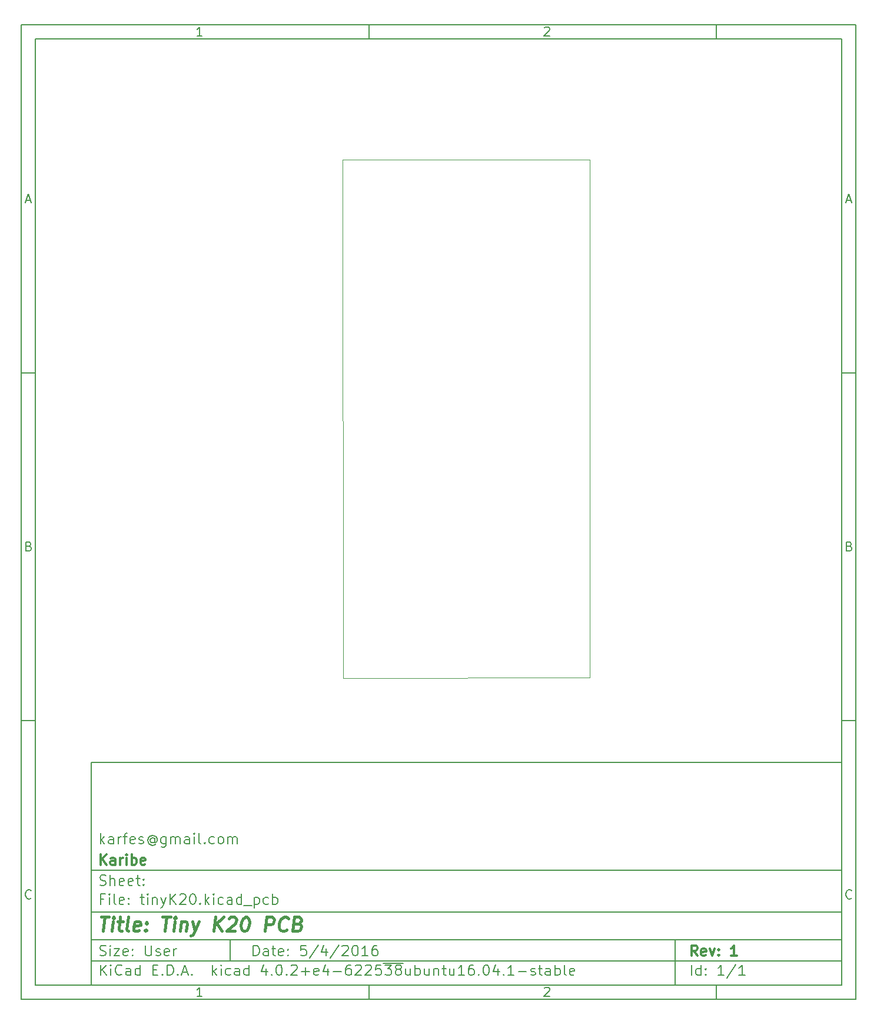
<source format=gbr>
G04 #@! TF.FileFunction,Paste,Bot*
%FSLAX46Y46*%
G04 Gerber Fmt 4.6, Leading zero omitted, Abs format (unit mm)*
G04 Created by KiCad (PCBNEW 4.0.2+e4-6225~38~ubuntu16.04.1-stable) date Wed 01 Jun 2016 06:58:51 PM EAT*
%MOMM*%
G01*
G04 APERTURE LIST*
%ADD10C,0.100000*%
%ADD11C,0.150000*%
%ADD12C,0.300000*%
%ADD13C,0.400000*%
G04 APERTURE END LIST*
D10*
D11*
X20004800Y-115994600D02*
X20004800Y-147994600D01*
X128004800Y-147994600D01*
X128004800Y-115994600D01*
X20004800Y-115994600D01*
D10*
D11*
X10000000Y-10000000D02*
X10000000Y-149994600D01*
X130004800Y-149994600D01*
X130004800Y-10000000D01*
X10000000Y-10000000D01*
D10*
D11*
X12000000Y-12000000D02*
X12000000Y-147994600D01*
X128004800Y-147994600D01*
X128004800Y-12000000D01*
X12000000Y-12000000D01*
D10*
D11*
X60000000Y-12000000D02*
X60000000Y-10000000D01*
D10*
D11*
X110000000Y-12000000D02*
X110000000Y-10000000D01*
D10*
D11*
X35990476Y-11588095D02*
X35247619Y-11588095D01*
X35619048Y-11588095D02*
X35619048Y-10288095D01*
X35495238Y-10473810D01*
X35371429Y-10597619D01*
X35247619Y-10659524D01*
D10*
D11*
X85247619Y-10411905D02*
X85309524Y-10350000D01*
X85433333Y-10288095D01*
X85742857Y-10288095D01*
X85866667Y-10350000D01*
X85928571Y-10411905D01*
X85990476Y-10535714D01*
X85990476Y-10659524D01*
X85928571Y-10845238D01*
X85185714Y-11588095D01*
X85990476Y-11588095D01*
D10*
D11*
X60000000Y-147994600D02*
X60000000Y-149994600D01*
D10*
D11*
X110000000Y-147994600D02*
X110000000Y-149994600D01*
D10*
D11*
X35990476Y-149582695D02*
X35247619Y-149582695D01*
X35619048Y-149582695D02*
X35619048Y-148282695D01*
X35495238Y-148468410D01*
X35371429Y-148592219D01*
X35247619Y-148654124D01*
D10*
D11*
X85247619Y-148406505D02*
X85309524Y-148344600D01*
X85433333Y-148282695D01*
X85742857Y-148282695D01*
X85866667Y-148344600D01*
X85928571Y-148406505D01*
X85990476Y-148530314D01*
X85990476Y-148654124D01*
X85928571Y-148839838D01*
X85185714Y-149582695D01*
X85990476Y-149582695D01*
D10*
D11*
X10000000Y-60000000D02*
X12000000Y-60000000D01*
D10*
D11*
X10000000Y-110000000D02*
X12000000Y-110000000D01*
D10*
D11*
X10690476Y-35216667D02*
X11309524Y-35216667D01*
X10566667Y-35588095D02*
X11000000Y-34288095D01*
X11433333Y-35588095D01*
D10*
D11*
X11092857Y-84907143D02*
X11278571Y-84969048D01*
X11340476Y-85030952D01*
X11402381Y-85154762D01*
X11402381Y-85340476D01*
X11340476Y-85464286D01*
X11278571Y-85526190D01*
X11154762Y-85588095D01*
X10659524Y-85588095D01*
X10659524Y-84288095D01*
X11092857Y-84288095D01*
X11216667Y-84350000D01*
X11278571Y-84411905D01*
X11340476Y-84535714D01*
X11340476Y-84659524D01*
X11278571Y-84783333D01*
X11216667Y-84845238D01*
X11092857Y-84907143D01*
X10659524Y-84907143D01*
D10*
D11*
X11402381Y-135464286D02*
X11340476Y-135526190D01*
X11154762Y-135588095D01*
X11030952Y-135588095D01*
X10845238Y-135526190D01*
X10721429Y-135402381D01*
X10659524Y-135278571D01*
X10597619Y-135030952D01*
X10597619Y-134845238D01*
X10659524Y-134597619D01*
X10721429Y-134473810D01*
X10845238Y-134350000D01*
X11030952Y-134288095D01*
X11154762Y-134288095D01*
X11340476Y-134350000D01*
X11402381Y-134411905D01*
D10*
D11*
X130004800Y-60000000D02*
X128004800Y-60000000D01*
D10*
D11*
X130004800Y-110000000D02*
X128004800Y-110000000D01*
D10*
D11*
X128695276Y-35216667D02*
X129314324Y-35216667D01*
X128571467Y-35588095D02*
X129004800Y-34288095D01*
X129438133Y-35588095D01*
D10*
D11*
X129097657Y-84907143D02*
X129283371Y-84969048D01*
X129345276Y-85030952D01*
X129407181Y-85154762D01*
X129407181Y-85340476D01*
X129345276Y-85464286D01*
X129283371Y-85526190D01*
X129159562Y-85588095D01*
X128664324Y-85588095D01*
X128664324Y-84288095D01*
X129097657Y-84288095D01*
X129221467Y-84350000D01*
X129283371Y-84411905D01*
X129345276Y-84535714D01*
X129345276Y-84659524D01*
X129283371Y-84783333D01*
X129221467Y-84845238D01*
X129097657Y-84907143D01*
X128664324Y-84907143D01*
D10*
D11*
X129407181Y-135464286D02*
X129345276Y-135526190D01*
X129159562Y-135588095D01*
X129035752Y-135588095D01*
X128850038Y-135526190D01*
X128726229Y-135402381D01*
X128664324Y-135278571D01*
X128602419Y-135030952D01*
X128602419Y-134845238D01*
X128664324Y-134597619D01*
X128726229Y-134473810D01*
X128850038Y-134350000D01*
X129035752Y-134288095D01*
X129159562Y-134288095D01*
X129345276Y-134350000D01*
X129407181Y-134411905D01*
D10*
D11*
X43361943Y-143773171D02*
X43361943Y-142273171D01*
X43719086Y-142273171D01*
X43933371Y-142344600D01*
X44076229Y-142487457D01*
X44147657Y-142630314D01*
X44219086Y-142916029D01*
X44219086Y-143130314D01*
X44147657Y-143416029D01*
X44076229Y-143558886D01*
X43933371Y-143701743D01*
X43719086Y-143773171D01*
X43361943Y-143773171D01*
X45504800Y-143773171D02*
X45504800Y-142987457D01*
X45433371Y-142844600D01*
X45290514Y-142773171D01*
X45004800Y-142773171D01*
X44861943Y-142844600D01*
X45504800Y-143701743D02*
X45361943Y-143773171D01*
X45004800Y-143773171D01*
X44861943Y-143701743D01*
X44790514Y-143558886D01*
X44790514Y-143416029D01*
X44861943Y-143273171D01*
X45004800Y-143201743D01*
X45361943Y-143201743D01*
X45504800Y-143130314D01*
X46004800Y-142773171D02*
X46576229Y-142773171D01*
X46219086Y-142273171D02*
X46219086Y-143558886D01*
X46290514Y-143701743D01*
X46433372Y-143773171D01*
X46576229Y-143773171D01*
X47647657Y-143701743D02*
X47504800Y-143773171D01*
X47219086Y-143773171D01*
X47076229Y-143701743D01*
X47004800Y-143558886D01*
X47004800Y-142987457D01*
X47076229Y-142844600D01*
X47219086Y-142773171D01*
X47504800Y-142773171D01*
X47647657Y-142844600D01*
X47719086Y-142987457D01*
X47719086Y-143130314D01*
X47004800Y-143273171D01*
X48361943Y-143630314D02*
X48433371Y-143701743D01*
X48361943Y-143773171D01*
X48290514Y-143701743D01*
X48361943Y-143630314D01*
X48361943Y-143773171D01*
X48361943Y-142844600D02*
X48433371Y-142916029D01*
X48361943Y-142987457D01*
X48290514Y-142916029D01*
X48361943Y-142844600D01*
X48361943Y-142987457D01*
X50933372Y-142273171D02*
X50219086Y-142273171D01*
X50147657Y-142987457D01*
X50219086Y-142916029D01*
X50361943Y-142844600D01*
X50719086Y-142844600D01*
X50861943Y-142916029D01*
X50933372Y-142987457D01*
X51004800Y-143130314D01*
X51004800Y-143487457D01*
X50933372Y-143630314D01*
X50861943Y-143701743D01*
X50719086Y-143773171D01*
X50361943Y-143773171D01*
X50219086Y-143701743D01*
X50147657Y-143630314D01*
X52719085Y-142201743D02*
X51433371Y-144130314D01*
X53861943Y-142773171D02*
X53861943Y-143773171D01*
X53504800Y-142201743D02*
X53147657Y-143273171D01*
X54076229Y-143273171D01*
X55719085Y-142201743D02*
X54433371Y-144130314D01*
X56147657Y-142416029D02*
X56219086Y-142344600D01*
X56361943Y-142273171D01*
X56719086Y-142273171D01*
X56861943Y-142344600D01*
X56933372Y-142416029D01*
X57004800Y-142558886D01*
X57004800Y-142701743D01*
X56933372Y-142916029D01*
X56076229Y-143773171D01*
X57004800Y-143773171D01*
X57933371Y-142273171D02*
X58076228Y-142273171D01*
X58219085Y-142344600D01*
X58290514Y-142416029D01*
X58361943Y-142558886D01*
X58433371Y-142844600D01*
X58433371Y-143201743D01*
X58361943Y-143487457D01*
X58290514Y-143630314D01*
X58219085Y-143701743D01*
X58076228Y-143773171D01*
X57933371Y-143773171D01*
X57790514Y-143701743D01*
X57719085Y-143630314D01*
X57647657Y-143487457D01*
X57576228Y-143201743D01*
X57576228Y-142844600D01*
X57647657Y-142558886D01*
X57719085Y-142416029D01*
X57790514Y-142344600D01*
X57933371Y-142273171D01*
X59861942Y-143773171D02*
X59004799Y-143773171D01*
X59433371Y-143773171D02*
X59433371Y-142273171D01*
X59290514Y-142487457D01*
X59147656Y-142630314D01*
X59004799Y-142701743D01*
X61147656Y-142273171D02*
X60861942Y-142273171D01*
X60719085Y-142344600D01*
X60647656Y-142416029D01*
X60504799Y-142630314D01*
X60433370Y-142916029D01*
X60433370Y-143487457D01*
X60504799Y-143630314D01*
X60576227Y-143701743D01*
X60719085Y-143773171D01*
X61004799Y-143773171D01*
X61147656Y-143701743D01*
X61219085Y-143630314D01*
X61290513Y-143487457D01*
X61290513Y-143130314D01*
X61219085Y-142987457D01*
X61147656Y-142916029D01*
X61004799Y-142844600D01*
X60719085Y-142844600D01*
X60576227Y-142916029D01*
X60504799Y-142987457D01*
X60433370Y-143130314D01*
D10*
D11*
X20004800Y-144494600D02*
X128004800Y-144494600D01*
D10*
D11*
X21361943Y-146573171D02*
X21361943Y-145073171D01*
X22219086Y-146573171D02*
X21576229Y-145716029D01*
X22219086Y-145073171D02*
X21361943Y-145930314D01*
X22861943Y-146573171D02*
X22861943Y-145573171D01*
X22861943Y-145073171D02*
X22790514Y-145144600D01*
X22861943Y-145216029D01*
X22933371Y-145144600D01*
X22861943Y-145073171D01*
X22861943Y-145216029D01*
X24433372Y-146430314D02*
X24361943Y-146501743D01*
X24147657Y-146573171D01*
X24004800Y-146573171D01*
X23790515Y-146501743D01*
X23647657Y-146358886D01*
X23576229Y-146216029D01*
X23504800Y-145930314D01*
X23504800Y-145716029D01*
X23576229Y-145430314D01*
X23647657Y-145287457D01*
X23790515Y-145144600D01*
X24004800Y-145073171D01*
X24147657Y-145073171D01*
X24361943Y-145144600D01*
X24433372Y-145216029D01*
X25719086Y-146573171D02*
X25719086Y-145787457D01*
X25647657Y-145644600D01*
X25504800Y-145573171D01*
X25219086Y-145573171D01*
X25076229Y-145644600D01*
X25719086Y-146501743D02*
X25576229Y-146573171D01*
X25219086Y-146573171D01*
X25076229Y-146501743D01*
X25004800Y-146358886D01*
X25004800Y-146216029D01*
X25076229Y-146073171D01*
X25219086Y-146001743D01*
X25576229Y-146001743D01*
X25719086Y-145930314D01*
X27076229Y-146573171D02*
X27076229Y-145073171D01*
X27076229Y-146501743D02*
X26933372Y-146573171D01*
X26647658Y-146573171D01*
X26504800Y-146501743D01*
X26433372Y-146430314D01*
X26361943Y-146287457D01*
X26361943Y-145858886D01*
X26433372Y-145716029D01*
X26504800Y-145644600D01*
X26647658Y-145573171D01*
X26933372Y-145573171D01*
X27076229Y-145644600D01*
X28933372Y-145787457D02*
X29433372Y-145787457D01*
X29647658Y-146573171D02*
X28933372Y-146573171D01*
X28933372Y-145073171D01*
X29647658Y-145073171D01*
X30290515Y-146430314D02*
X30361943Y-146501743D01*
X30290515Y-146573171D01*
X30219086Y-146501743D01*
X30290515Y-146430314D01*
X30290515Y-146573171D01*
X31004801Y-146573171D02*
X31004801Y-145073171D01*
X31361944Y-145073171D01*
X31576229Y-145144600D01*
X31719087Y-145287457D01*
X31790515Y-145430314D01*
X31861944Y-145716029D01*
X31861944Y-145930314D01*
X31790515Y-146216029D01*
X31719087Y-146358886D01*
X31576229Y-146501743D01*
X31361944Y-146573171D01*
X31004801Y-146573171D01*
X32504801Y-146430314D02*
X32576229Y-146501743D01*
X32504801Y-146573171D01*
X32433372Y-146501743D01*
X32504801Y-146430314D01*
X32504801Y-146573171D01*
X33147658Y-146144600D02*
X33861944Y-146144600D01*
X33004801Y-146573171D02*
X33504801Y-145073171D01*
X34004801Y-146573171D01*
X34504801Y-146430314D02*
X34576229Y-146501743D01*
X34504801Y-146573171D01*
X34433372Y-146501743D01*
X34504801Y-146430314D01*
X34504801Y-146573171D01*
X37504801Y-146573171D02*
X37504801Y-145073171D01*
X37647658Y-146001743D02*
X38076229Y-146573171D01*
X38076229Y-145573171D02*
X37504801Y-146144600D01*
X38719087Y-146573171D02*
X38719087Y-145573171D01*
X38719087Y-145073171D02*
X38647658Y-145144600D01*
X38719087Y-145216029D01*
X38790515Y-145144600D01*
X38719087Y-145073171D01*
X38719087Y-145216029D01*
X40076230Y-146501743D02*
X39933373Y-146573171D01*
X39647659Y-146573171D01*
X39504801Y-146501743D01*
X39433373Y-146430314D01*
X39361944Y-146287457D01*
X39361944Y-145858886D01*
X39433373Y-145716029D01*
X39504801Y-145644600D01*
X39647659Y-145573171D01*
X39933373Y-145573171D01*
X40076230Y-145644600D01*
X41361944Y-146573171D02*
X41361944Y-145787457D01*
X41290515Y-145644600D01*
X41147658Y-145573171D01*
X40861944Y-145573171D01*
X40719087Y-145644600D01*
X41361944Y-146501743D02*
X41219087Y-146573171D01*
X40861944Y-146573171D01*
X40719087Y-146501743D01*
X40647658Y-146358886D01*
X40647658Y-146216029D01*
X40719087Y-146073171D01*
X40861944Y-146001743D01*
X41219087Y-146001743D01*
X41361944Y-145930314D01*
X42719087Y-146573171D02*
X42719087Y-145073171D01*
X42719087Y-146501743D02*
X42576230Y-146573171D01*
X42290516Y-146573171D01*
X42147658Y-146501743D01*
X42076230Y-146430314D01*
X42004801Y-146287457D01*
X42004801Y-145858886D01*
X42076230Y-145716029D01*
X42147658Y-145644600D01*
X42290516Y-145573171D01*
X42576230Y-145573171D01*
X42719087Y-145644600D01*
X45219087Y-145573171D02*
X45219087Y-146573171D01*
X44861944Y-145001743D02*
X44504801Y-146073171D01*
X45433373Y-146073171D01*
X46004801Y-146430314D02*
X46076229Y-146501743D01*
X46004801Y-146573171D01*
X45933372Y-146501743D01*
X46004801Y-146430314D01*
X46004801Y-146573171D01*
X47004801Y-145073171D02*
X47147658Y-145073171D01*
X47290515Y-145144600D01*
X47361944Y-145216029D01*
X47433373Y-145358886D01*
X47504801Y-145644600D01*
X47504801Y-146001743D01*
X47433373Y-146287457D01*
X47361944Y-146430314D01*
X47290515Y-146501743D01*
X47147658Y-146573171D01*
X47004801Y-146573171D01*
X46861944Y-146501743D01*
X46790515Y-146430314D01*
X46719087Y-146287457D01*
X46647658Y-146001743D01*
X46647658Y-145644600D01*
X46719087Y-145358886D01*
X46790515Y-145216029D01*
X46861944Y-145144600D01*
X47004801Y-145073171D01*
X48147658Y-146430314D02*
X48219086Y-146501743D01*
X48147658Y-146573171D01*
X48076229Y-146501743D01*
X48147658Y-146430314D01*
X48147658Y-146573171D01*
X48790515Y-145216029D02*
X48861944Y-145144600D01*
X49004801Y-145073171D01*
X49361944Y-145073171D01*
X49504801Y-145144600D01*
X49576230Y-145216029D01*
X49647658Y-145358886D01*
X49647658Y-145501743D01*
X49576230Y-145716029D01*
X48719087Y-146573171D01*
X49647658Y-146573171D01*
X50290515Y-146001743D02*
X51433372Y-146001743D01*
X50861943Y-146573171D02*
X50861943Y-145430314D01*
X52719086Y-146501743D02*
X52576229Y-146573171D01*
X52290515Y-146573171D01*
X52147658Y-146501743D01*
X52076229Y-146358886D01*
X52076229Y-145787457D01*
X52147658Y-145644600D01*
X52290515Y-145573171D01*
X52576229Y-145573171D01*
X52719086Y-145644600D01*
X52790515Y-145787457D01*
X52790515Y-145930314D01*
X52076229Y-146073171D01*
X54076229Y-145573171D02*
X54076229Y-146573171D01*
X53719086Y-145001743D02*
X53361943Y-146073171D01*
X54290515Y-146073171D01*
X54861943Y-146001743D02*
X56004800Y-146001743D01*
X57361943Y-145073171D02*
X57076229Y-145073171D01*
X56933372Y-145144600D01*
X56861943Y-145216029D01*
X56719086Y-145430314D01*
X56647657Y-145716029D01*
X56647657Y-146287457D01*
X56719086Y-146430314D01*
X56790514Y-146501743D01*
X56933372Y-146573171D01*
X57219086Y-146573171D01*
X57361943Y-146501743D01*
X57433372Y-146430314D01*
X57504800Y-146287457D01*
X57504800Y-145930314D01*
X57433372Y-145787457D01*
X57361943Y-145716029D01*
X57219086Y-145644600D01*
X56933372Y-145644600D01*
X56790514Y-145716029D01*
X56719086Y-145787457D01*
X56647657Y-145930314D01*
X58076228Y-145216029D02*
X58147657Y-145144600D01*
X58290514Y-145073171D01*
X58647657Y-145073171D01*
X58790514Y-145144600D01*
X58861943Y-145216029D01*
X58933371Y-145358886D01*
X58933371Y-145501743D01*
X58861943Y-145716029D01*
X58004800Y-146573171D01*
X58933371Y-146573171D01*
X59504799Y-145216029D02*
X59576228Y-145144600D01*
X59719085Y-145073171D01*
X60076228Y-145073171D01*
X60219085Y-145144600D01*
X60290514Y-145216029D01*
X60361942Y-145358886D01*
X60361942Y-145501743D01*
X60290514Y-145716029D01*
X59433371Y-146573171D01*
X60361942Y-146573171D01*
X61719085Y-145073171D02*
X61004799Y-145073171D01*
X60933370Y-145787457D01*
X61004799Y-145716029D01*
X61147656Y-145644600D01*
X61504799Y-145644600D01*
X61647656Y-145716029D01*
X61719085Y-145787457D01*
X61790513Y-145930314D01*
X61790513Y-146287457D01*
X61719085Y-146430314D01*
X61647656Y-146501743D01*
X61504799Y-146573171D01*
X61147656Y-146573171D01*
X61004799Y-146501743D01*
X60933370Y-146430314D01*
X62290513Y-145073171D02*
X63219084Y-145073171D01*
X62719084Y-145644600D01*
X62933370Y-145644600D01*
X63076227Y-145716029D01*
X63147656Y-145787457D01*
X63219084Y-145930314D01*
X63219084Y-146287457D01*
X63147656Y-146430314D01*
X63076227Y-146501743D01*
X62933370Y-146573171D01*
X62504798Y-146573171D01*
X62361941Y-146501743D01*
X62290513Y-146430314D01*
X64076227Y-145716029D02*
X63933369Y-145644600D01*
X63861941Y-145573171D01*
X63790512Y-145430314D01*
X63790512Y-145358886D01*
X63861941Y-145216029D01*
X63933369Y-145144600D01*
X64076227Y-145073171D01*
X64361941Y-145073171D01*
X64504798Y-145144600D01*
X64576227Y-145216029D01*
X64647655Y-145358886D01*
X64647655Y-145430314D01*
X64576227Y-145573171D01*
X64504798Y-145644600D01*
X64361941Y-145716029D01*
X64076227Y-145716029D01*
X63933369Y-145787457D01*
X63861941Y-145858886D01*
X63790512Y-146001743D01*
X63790512Y-146287457D01*
X63861941Y-146430314D01*
X63933369Y-146501743D01*
X64076227Y-146573171D01*
X64361941Y-146573171D01*
X64504798Y-146501743D01*
X64576227Y-146430314D01*
X64647655Y-146287457D01*
X64647655Y-146001743D01*
X64576227Y-145858886D01*
X64504798Y-145787457D01*
X64361941Y-145716029D01*
X62076227Y-144814600D02*
X64933369Y-144814600D01*
X65933369Y-145573171D02*
X65933369Y-146573171D01*
X65290512Y-145573171D02*
X65290512Y-146358886D01*
X65361940Y-146501743D01*
X65504798Y-146573171D01*
X65719083Y-146573171D01*
X65861940Y-146501743D01*
X65933369Y-146430314D01*
X66647655Y-146573171D02*
X66647655Y-145073171D01*
X66647655Y-145644600D02*
X66790512Y-145573171D01*
X67076226Y-145573171D01*
X67219083Y-145644600D01*
X67290512Y-145716029D01*
X67361941Y-145858886D01*
X67361941Y-146287457D01*
X67290512Y-146430314D01*
X67219083Y-146501743D01*
X67076226Y-146573171D01*
X66790512Y-146573171D01*
X66647655Y-146501743D01*
X68647655Y-145573171D02*
X68647655Y-146573171D01*
X68004798Y-145573171D02*
X68004798Y-146358886D01*
X68076226Y-146501743D01*
X68219084Y-146573171D01*
X68433369Y-146573171D01*
X68576226Y-146501743D01*
X68647655Y-146430314D01*
X69361941Y-145573171D02*
X69361941Y-146573171D01*
X69361941Y-145716029D02*
X69433369Y-145644600D01*
X69576227Y-145573171D01*
X69790512Y-145573171D01*
X69933369Y-145644600D01*
X70004798Y-145787457D01*
X70004798Y-146573171D01*
X70504798Y-145573171D02*
X71076227Y-145573171D01*
X70719084Y-145073171D02*
X70719084Y-146358886D01*
X70790512Y-146501743D01*
X70933370Y-146573171D01*
X71076227Y-146573171D01*
X72219084Y-145573171D02*
X72219084Y-146573171D01*
X71576227Y-145573171D02*
X71576227Y-146358886D01*
X71647655Y-146501743D01*
X71790513Y-146573171D01*
X72004798Y-146573171D01*
X72147655Y-146501743D01*
X72219084Y-146430314D01*
X73719084Y-146573171D02*
X72861941Y-146573171D01*
X73290513Y-146573171D02*
X73290513Y-145073171D01*
X73147656Y-145287457D01*
X73004798Y-145430314D01*
X72861941Y-145501743D01*
X75004798Y-145073171D02*
X74719084Y-145073171D01*
X74576227Y-145144600D01*
X74504798Y-145216029D01*
X74361941Y-145430314D01*
X74290512Y-145716029D01*
X74290512Y-146287457D01*
X74361941Y-146430314D01*
X74433369Y-146501743D01*
X74576227Y-146573171D01*
X74861941Y-146573171D01*
X75004798Y-146501743D01*
X75076227Y-146430314D01*
X75147655Y-146287457D01*
X75147655Y-145930314D01*
X75076227Y-145787457D01*
X75004798Y-145716029D01*
X74861941Y-145644600D01*
X74576227Y-145644600D01*
X74433369Y-145716029D01*
X74361941Y-145787457D01*
X74290512Y-145930314D01*
X75790512Y-146430314D02*
X75861940Y-146501743D01*
X75790512Y-146573171D01*
X75719083Y-146501743D01*
X75790512Y-146430314D01*
X75790512Y-146573171D01*
X76790512Y-145073171D02*
X76933369Y-145073171D01*
X77076226Y-145144600D01*
X77147655Y-145216029D01*
X77219084Y-145358886D01*
X77290512Y-145644600D01*
X77290512Y-146001743D01*
X77219084Y-146287457D01*
X77147655Y-146430314D01*
X77076226Y-146501743D01*
X76933369Y-146573171D01*
X76790512Y-146573171D01*
X76647655Y-146501743D01*
X76576226Y-146430314D01*
X76504798Y-146287457D01*
X76433369Y-146001743D01*
X76433369Y-145644600D01*
X76504798Y-145358886D01*
X76576226Y-145216029D01*
X76647655Y-145144600D01*
X76790512Y-145073171D01*
X78576226Y-145573171D02*
X78576226Y-146573171D01*
X78219083Y-145001743D02*
X77861940Y-146073171D01*
X78790512Y-146073171D01*
X79361940Y-146430314D02*
X79433368Y-146501743D01*
X79361940Y-146573171D01*
X79290511Y-146501743D01*
X79361940Y-146430314D01*
X79361940Y-146573171D01*
X80861940Y-146573171D02*
X80004797Y-146573171D01*
X80433369Y-146573171D02*
X80433369Y-145073171D01*
X80290512Y-145287457D01*
X80147654Y-145430314D01*
X80004797Y-145501743D01*
X81504797Y-146001743D02*
X82647654Y-146001743D01*
X83290511Y-146501743D02*
X83433368Y-146573171D01*
X83719083Y-146573171D01*
X83861940Y-146501743D01*
X83933368Y-146358886D01*
X83933368Y-146287457D01*
X83861940Y-146144600D01*
X83719083Y-146073171D01*
X83504797Y-146073171D01*
X83361940Y-146001743D01*
X83290511Y-145858886D01*
X83290511Y-145787457D01*
X83361940Y-145644600D01*
X83504797Y-145573171D01*
X83719083Y-145573171D01*
X83861940Y-145644600D01*
X84361940Y-145573171D02*
X84933369Y-145573171D01*
X84576226Y-145073171D02*
X84576226Y-146358886D01*
X84647654Y-146501743D01*
X84790512Y-146573171D01*
X84933369Y-146573171D01*
X86076226Y-146573171D02*
X86076226Y-145787457D01*
X86004797Y-145644600D01*
X85861940Y-145573171D01*
X85576226Y-145573171D01*
X85433369Y-145644600D01*
X86076226Y-146501743D02*
X85933369Y-146573171D01*
X85576226Y-146573171D01*
X85433369Y-146501743D01*
X85361940Y-146358886D01*
X85361940Y-146216029D01*
X85433369Y-146073171D01*
X85576226Y-146001743D01*
X85933369Y-146001743D01*
X86076226Y-145930314D01*
X86790512Y-146573171D02*
X86790512Y-145073171D01*
X86790512Y-145644600D02*
X86933369Y-145573171D01*
X87219083Y-145573171D01*
X87361940Y-145644600D01*
X87433369Y-145716029D01*
X87504798Y-145858886D01*
X87504798Y-146287457D01*
X87433369Y-146430314D01*
X87361940Y-146501743D01*
X87219083Y-146573171D01*
X86933369Y-146573171D01*
X86790512Y-146501743D01*
X88361941Y-146573171D02*
X88219083Y-146501743D01*
X88147655Y-146358886D01*
X88147655Y-145073171D01*
X89504797Y-146501743D02*
X89361940Y-146573171D01*
X89076226Y-146573171D01*
X88933369Y-146501743D01*
X88861940Y-146358886D01*
X88861940Y-145787457D01*
X88933369Y-145644600D01*
X89076226Y-145573171D01*
X89361940Y-145573171D01*
X89504797Y-145644600D01*
X89576226Y-145787457D01*
X89576226Y-145930314D01*
X88861940Y-146073171D01*
D10*
D11*
X20004800Y-141494600D02*
X128004800Y-141494600D01*
D10*
D12*
X107219086Y-143773171D02*
X106719086Y-143058886D01*
X106361943Y-143773171D02*
X106361943Y-142273171D01*
X106933371Y-142273171D01*
X107076229Y-142344600D01*
X107147657Y-142416029D01*
X107219086Y-142558886D01*
X107219086Y-142773171D01*
X107147657Y-142916029D01*
X107076229Y-142987457D01*
X106933371Y-143058886D01*
X106361943Y-143058886D01*
X108433371Y-143701743D02*
X108290514Y-143773171D01*
X108004800Y-143773171D01*
X107861943Y-143701743D01*
X107790514Y-143558886D01*
X107790514Y-142987457D01*
X107861943Y-142844600D01*
X108004800Y-142773171D01*
X108290514Y-142773171D01*
X108433371Y-142844600D01*
X108504800Y-142987457D01*
X108504800Y-143130314D01*
X107790514Y-143273171D01*
X109004800Y-142773171D02*
X109361943Y-143773171D01*
X109719085Y-142773171D01*
X110290514Y-143630314D02*
X110361942Y-143701743D01*
X110290514Y-143773171D01*
X110219085Y-143701743D01*
X110290514Y-143630314D01*
X110290514Y-143773171D01*
X110290514Y-142844600D02*
X110361942Y-142916029D01*
X110290514Y-142987457D01*
X110219085Y-142916029D01*
X110290514Y-142844600D01*
X110290514Y-142987457D01*
X112933371Y-143773171D02*
X112076228Y-143773171D01*
X112504800Y-143773171D02*
X112504800Y-142273171D01*
X112361943Y-142487457D01*
X112219085Y-142630314D01*
X112076228Y-142701743D01*
D10*
D11*
X21290514Y-143701743D02*
X21504800Y-143773171D01*
X21861943Y-143773171D01*
X22004800Y-143701743D01*
X22076229Y-143630314D01*
X22147657Y-143487457D01*
X22147657Y-143344600D01*
X22076229Y-143201743D01*
X22004800Y-143130314D01*
X21861943Y-143058886D01*
X21576229Y-142987457D01*
X21433371Y-142916029D01*
X21361943Y-142844600D01*
X21290514Y-142701743D01*
X21290514Y-142558886D01*
X21361943Y-142416029D01*
X21433371Y-142344600D01*
X21576229Y-142273171D01*
X21933371Y-142273171D01*
X22147657Y-142344600D01*
X22790514Y-143773171D02*
X22790514Y-142773171D01*
X22790514Y-142273171D02*
X22719085Y-142344600D01*
X22790514Y-142416029D01*
X22861942Y-142344600D01*
X22790514Y-142273171D01*
X22790514Y-142416029D01*
X23361943Y-142773171D02*
X24147657Y-142773171D01*
X23361943Y-143773171D01*
X24147657Y-143773171D01*
X25290514Y-143701743D02*
X25147657Y-143773171D01*
X24861943Y-143773171D01*
X24719086Y-143701743D01*
X24647657Y-143558886D01*
X24647657Y-142987457D01*
X24719086Y-142844600D01*
X24861943Y-142773171D01*
X25147657Y-142773171D01*
X25290514Y-142844600D01*
X25361943Y-142987457D01*
X25361943Y-143130314D01*
X24647657Y-143273171D01*
X26004800Y-143630314D02*
X26076228Y-143701743D01*
X26004800Y-143773171D01*
X25933371Y-143701743D01*
X26004800Y-143630314D01*
X26004800Y-143773171D01*
X26004800Y-142844600D02*
X26076228Y-142916029D01*
X26004800Y-142987457D01*
X25933371Y-142916029D01*
X26004800Y-142844600D01*
X26004800Y-142987457D01*
X27861943Y-142273171D02*
X27861943Y-143487457D01*
X27933371Y-143630314D01*
X28004800Y-143701743D01*
X28147657Y-143773171D01*
X28433371Y-143773171D01*
X28576229Y-143701743D01*
X28647657Y-143630314D01*
X28719086Y-143487457D01*
X28719086Y-142273171D01*
X29361943Y-143701743D02*
X29504800Y-143773171D01*
X29790515Y-143773171D01*
X29933372Y-143701743D01*
X30004800Y-143558886D01*
X30004800Y-143487457D01*
X29933372Y-143344600D01*
X29790515Y-143273171D01*
X29576229Y-143273171D01*
X29433372Y-143201743D01*
X29361943Y-143058886D01*
X29361943Y-142987457D01*
X29433372Y-142844600D01*
X29576229Y-142773171D01*
X29790515Y-142773171D01*
X29933372Y-142844600D01*
X31219086Y-143701743D02*
X31076229Y-143773171D01*
X30790515Y-143773171D01*
X30647658Y-143701743D01*
X30576229Y-143558886D01*
X30576229Y-142987457D01*
X30647658Y-142844600D01*
X30790515Y-142773171D01*
X31076229Y-142773171D01*
X31219086Y-142844600D01*
X31290515Y-142987457D01*
X31290515Y-143130314D01*
X30576229Y-143273171D01*
X31933372Y-143773171D02*
X31933372Y-142773171D01*
X31933372Y-143058886D02*
X32004800Y-142916029D01*
X32076229Y-142844600D01*
X32219086Y-142773171D01*
X32361943Y-142773171D01*
D10*
D11*
X106361943Y-146573171D02*
X106361943Y-145073171D01*
X107719086Y-146573171D02*
X107719086Y-145073171D01*
X107719086Y-146501743D02*
X107576229Y-146573171D01*
X107290515Y-146573171D01*
X107147657Y-146501743D01*
X107076229Y-146430314D01*
X107004800Y-146287457D01*
X107004800Y-145858886D01*
X107076229Y-145716029D01*
X107147657Y-145644600D01*
X107290515Y-145573171D01*
X107576229Y-145573171D01*
X107719086Y-145644600D01*
X108433372Y-146430314D02*
X108504800Y-146501743D01*
X108433372Y-146573171D01*
X108361943Y-146501743D01*
X108433372Y-146430314D01*
X108433372Y-146573171D01*
X108433372Y-145644600D02*
X108504800Y-145716029D01*
X108433372Y-145787457D01*
X108361943Y-145716029D01*
X108433372Y-145644600D01*
X108433372Y-145787457D01*
X111076229Y-146573171D02*
X110219086Y-146573171D01*
X110647658Y-146573171D02*
X110647658Y-145073171D01*
X110504801Y-145287457D01*
X110361943Y-145430314D01*
X110219086Y-145501743D01*
X112790514Y-145001743D02*
X111504800Y-146930314D01*
X114076229Y-146573171D02*
X113219086Y-146573171D01*
X113647658Y-146573171D02*
X113647658Y-145073171D01*
X113504801Y-145287457D01*
X113361943Y-145430314D01*
X113219086Y-145501743D01*
D10*
D11*
X20004800Y-137494600D02*
X128004800Y-137494600D01*
D10*
D13*
X21457181Y-138199362D02*
X22600038Y-138199362D01*
X21778610Y-140199362D02*
X22028610Y-138199362D01*
X23016705Y-140199362D02*
X23183371Y-138866029D01*
X23266705Y-138199362D02*
X23159562Y-138294600D01*
X23242895Y-138389838D01*
X23350039Y-138294600D01*
X23266705Y-138199362D01*
X23242895Y-138389838D01*
X23850038Y-138866029D02*
X24611943Y-138866029D01*
X24219086Y-138199362D02*
X24004800Y-139913648D01*
X24076230Y-140104124D01*
X24254801Y-140199362D01*
X24445277Y-140199362D01*
X25397658Y-140199362D02*
X25219087Y-140104124D01*
X25147657Y-139913648D01*
X25361943Y-138199362D01*
X26933372Y-140104124D02*
X26730991Y-140199362D01*
X26350039Y-140199362D01*
X26171467Y-140104124D01*
X26100038Y-139913648D01*
X26195276Y-139151743D01*
X26314324Y-138961267D01*
X26516705Y-138866029D01*
X26897657Y-138866029D01*
X27076229Y-138961267D01*
X27147657Y-139151743D01*
X27123848Y-139342219D01*
X26147657Y-139532695D01*
X27897657Y-140008886D02*
X27980992Y-140104124D01*
X27873848Y-140199362D01*
X27790515Y-140104124D01*
X27897657Y-140008886D01*
X27873848Y-140199362D01*
X28028610Y-138961267D02*
X28111944Y-139056505D01*
X28004800Y-139151743D01*
X27921467Y-139056505D01*
X28028610Y-138961267D01*
X28004800Y-139151743D01*
X30314325Y-138199362D02*
X31457182Y-138199362D01*
X30635754Y-140199362D02*
X30885754Y-138199362D01*
X31873849Y-140199362D02*
X32040515Y-138866029D01*
X32123849Y-138199362D02*
X32016706Y-138294600D01*
X32100039Y-138389838D01*
X32207183Y-138294600D01*
X32123849Y-138199362D01*
X32100039Y-138389838D01*
X32992896Y-138866029D02*
X32826230Y-140199362D01*
X32969087Y-139056505D02*
X33076231Y-138961267D01*
X33278611Y-138866029D01*
X33564325Y-138866029D01*
X33742897Y-138961267D01*
X33814325Y-139151743D01*
X33683373Y-140199362D01*
X34611944Y-138866029D02*
X34921469Y-140199362D01*
X35564325Y-138866029D02*
X34921469Y-140199362D01*
X34671469Y-140675552D01*
X34564325Y-140770790D01*
X34361944Y-140866029D01*
X37683374Y-140199362D02*
X37933374Y-138199362D01*
X38826232Y-140199362D02*
X38111946Y-139056505D01*
X39076232Y-138199362D02*
X37790517Y-139342219D01*
X39814326Y-138389838D02*
X39921469Y-138294600D01*
X40123851Y-138199362D01*
X40600041Y-138199362D01*
X40778612Y-138294600D01*
X40861945Y-138389838D01*
X40933375Y-138580314D01*
X40909565Y-138770790D01*
X40778612Y-139056505D01*
X39492898Y-140199362D01*
X40730994Y-140199362D01*
X42219089Y-138199362D02*
X42409565Y-138199362D01*
X42588136Y-138294600D01*
X42671469Y-138389838D01*
X42742898Y-138580314D01*
X42790518Y-138961267D01*
X42730994Y-139437457D01*
X42588136Y-139818410D01*
X42469088Y-140008886D01*
X42361946Y-140104124D01*
X42159565Y-140199362D01*
X41969089Y-140199362D01*
X41790518Y-140104124D01*
X41707184Y-140008886D01*
X41635755Y-139818410D01*
X41588136Y-139437457D01*
X41647660Y-138961267D01*
X41790517Y-138580314D01*
X41909565Y-138389838D01*
X42016708Y-138294600D01*
X42219089Y-138199362D01*
X45016708Y-140199362D02*
X45266708Y-138199362D01*
X46028613Y-138199362D01*
X46207184Y-138294600D01*
X46290518Y-138389838D01*
X46361947Y-138580314D01*
X46326232Y-138866029D01*
X46207185Y-139056505D01*
X46100041Y-139151743D01*
X45897660Y-139246981D01*
X45135755Y-139246981D01*
X48183375Y-140008886D02*
X48076233Y-140104124D01*
X47778613Y-140199362D01*
X47588137Y-140199362D01*
X47314328Y-140104124D01*
X47147661Y-139913648D01*
X47076232Y-139723171D01*
X47028613Y-139342219D01*
X47064327Y-139056505D01*
X47207184Y-138675552D01*
X47326233Y-138485076D01*
X47540518Y-138294600D01*
X47838137Y-138199362D01*
X48028613Y-138199362D01*
X48302423Y-138294600D01*
X48385756Y-138389838D01*
X49814327Y-139151743D02*
X50088136Y-139246981D01*
X50171471Y-139342219D01*
X50242899Y-139532695D01*
X50207185Y-139818410D01*
X50088137Y-140008886D01*
X49980994Y-140104124D01*
X49778613Y-140199362D01*
X49016708Y-140199362D01*
X49266708Y-138199362D01*
X49933375Y-138199362D01*
X50111946Y-138294600D01*
X50195279Y-138389838D01*
X50266709Y-138580314D01*
X50242899Y-138770790D01*
X50123851Y-138961267D01*
X50016708Y-139056505D01*
X49814327Y-139151743D01*
X49147660Y-139151743D01*
D10*
D11*
X21861943Y-135587457D02*
X21361943Y-135587457D01*
X21361943Y-136373171D02*
X21361943Y-134873171D01*
X22076229Y-134873171D01*
X22647657Y-136373171D02*
X22647657Y-135373171D01*
X22647657Y-134873171D02*
X22576228Y-134944600D01*
X22647657Y-135016029D01*
X22719085Y-134944600D01*
X22647657Y-134873171D01*
X22647657Y-135016029D01*
X23576229Y-136373171D02*
X23433371Y-136301743D01*
X23361943Y-136158886D01*
X23361943Y-134873171D01*
X24719085Y-136301743D02*
X24576228Y-136373171D01*
X24290514Y-136373171D01*
X24147657Y-136301743D01*
X24076228Y-136158886D01*
X24076228Y-135587457D01*
X24147657Y-135444600D01*
X24290514Y-135373171D01*
X24576228Y-135373171D01*
X24719085Y-135444600D01*
X24790514Y-135587457D01*
X24790514Y-135730314D01*
X24076228Y-135873171D01*
X25433371Y-136230314D02*
X25504799Y-136301743D01*
X25433371Y-136373171D01*
X25361942Y-136301743D01*
X25433371Y-136230314D01*
X25433371Y-136373171D01*
X25433371Y-135444600D02*
X25504799Y-135516029D01*
X25433371Y-135587457D01*
X25361942Y-135516029D01*
X25433371Y-135444600D01*
X25433371Y-135587457D01*
X27076228Y-135373171D02*
X27647657Y-135373171D01*
X27290514Y-134873171D02*
X27290514Y-136158886D01*
X27361942Y-136301743D01*
X27504800Y-136373171D01*
X27647657Y-136373171D01*
X28147657Y-136373171D02*
X28147657Y-135373171D01*
X28147657Y-134873171D02*
X28076228Y-134944600D01*
X28147657Y-135016029D01*
X28219085Y-134944600D01*
X28147657Y-134873171D01*
X28147657Y-135016029D01*
X28861943Y-135373171D02*
X28861943Y-136373171D01*
X28861943Y-135516029D02*
X28933371Y-135444600D01*
X29076229Y-135373171D01*
X29290514Y-135373171D01*
X29433371Y-135444600D01*
X29504800Y-135587457D01*
X29504800Y-136373171D01*
X30076229Y-135373171D02*
X30433372Y-136373171D01*
X30790514Y-135373171D02*
X30433372Y-136373171D01*
X30290514Y-136730314D01*
X30219086Y-136801743D01*
X30076229Y-136873171D01*
X31361943Y-136373171D02*
X31361943Y-134873171D01*
X32219086Y-136373171D02*
X31576229Y-135516029D01*
X32219086Y-134873171D02*
X31361943Y-135730314D01*
X32790514Y-135016029D02*
X32861943Y-134944600D01*
X33004800Y-134873171D01*
X33361943Y-134873171D01*
X33504800Y-134944600D01*
X33576229Y-135016029D01*
X33647657Y-135158886D01*
X33647657Y-135301743D01*
X33576229Y-135516029D01*
X32719086Y-136373171D01*
X33647657Y-136373171D01*
X34576228Y-134873171D02*
X34719085Y-134873171D01*
X34861942Y-134944600D01*
X34933371Y-135016029D01*
X35004800Y-135158886D01*
X35076228Y-135444600D01*
X35076228Y-135801743D01*
X35004800Y-136087457D01*
X34933371Y-136230314D01*
X34861942Y-136301743D01*
X34719085Y-136373171D01*
X34576228Y-136373171D01*
X34433371Y-136301743D01*
X34361942Y-136230314D01*
X34290514Y-136087457D01*
X34219085Y-135801743D01*
X34219085Y-135444600D01*
X34290514Y-135158886D01*
X34361942Y-135016029D01*
X34433371Y-134944600D01*
X34576228Y-134873171D01*
X35719085Y-136230314D02*
X35790513Y-136301743D01*
X35719085Y-136373171D01*
X35647656Y-136301743D01*
X35719085Y-136230314D01*
X35719085Y-136373171D01*
X36433371Y-136373171D02*
X36433371Y-134873171D01*
X36576228Y-135801743D02*
X37004799Y-136373171D01*
X37004799Y-135373171D02*
X36433371Y-135944600D01*
X37647657Y-136373171D02*
X37647657Y-135373171D01*
X37647657Y-134873171D02*
X37576228Y-134944600D01*
X37647657Y-135016029D01*
X37719085Y-134944600D01*
X37647657Y-134873171D01*
X37647657Y-135016029D01*
X39004800Y-136301743D02*
X38861943Y-136373171D01*
X38576229Y-136373171D01*
X38433371Y-136301743D01*
X38361943Y-136230314D01*
X38290514Y-136087457D01*
X38290514Y-135658886D01*
X38361943Y-135516029D01*
X38433371Y-135444600D01*
X38576229Y-135373171D01*
X38861943Y-135373171D01*
X39004800Y-135444600D01*
X40290514Y-136373171D02*
X40290514Y-135587457D01*
X40219085Y-135444600D01*
X40076228Y-135373171D01*
X39790514Y-135373171D01*
X39647657Y-135444600D01*
X40290514Y-136301743D02*
X40147657Y-136373171D01*
X39790514Y-136373171D01*
X39647657Y-136301743D01*
X39576228Y-136158886D01*
X39576228Y-136016029D01*
X39647657Y-135873171D01*
X39790514Y-135801743D01*
X40147657Y-135801743D01*
X40290514Y-135730314D01*
X41647657Y-136373171D02*
X41647657Y-134873171D01*
X41647657Y-136301743D02*
X41504800Y-136373171D01*
X41219086Y-136373171D01*
X41076228Y-136301743D01*
X41004800Y-136230314D01*
X40933371Y-136087457D01*
X40933371Y-135658886D01*
X41004800Y-135516029D01*
X41076228Y-135444600D01*
X41219086Y-135373171D01*
X41504800Y-135373171D01*
X41647657Y-135444600D01*
X42004800Y-136516029D02*
X43147657Y-136516029D01*
X43504800Y-135373171D02*
X43504800Y-136873171D01*
X43504800Y-135444600D02*
X43647657Y-135373171D01*
X43933371Y-135373171D01*
X44076228Y-135444600D01*
X44147657Y-135516029D01*
X44219086Y-135658886D01*
X44219086Y-136087457D01*
X44147657Y-136230314D01*
X44076228Y-136301743D01*
X43933371Y-136373171D01*
X43647657Y-136373171D01*
X43504800Y-136301743D01*
X45504800Y-136301743D02*
X45361943Y-136373171D01*
X45076229Y-136373171D01*
X44933371Y-136301743D01*
X44861943Y-136230314D01*
X44790514Y-136087457D01*
X44790514Y-135658886D01*
X44861943Y-135516029D01*
X44933371Y-135444600D01*
X45076229Y-135373171D01*
X45361943Y-135373171D01*
X45504800Y-135444600D01*
X46147657Y-136373171D02*
X46147657Y-134873171D01*
X46147657Y-135444600D02*
X46290514Y-135373171D01*
X46576228Y-135373171D01*
X46719085Y-135444600D01*
X46790514Y-135516029D01*
X46861943Y-135658886D01*
X46861943Y-136087457D01*
X46790514Y-136230314D01*
X46719085Y-136301743D01*
X46576228Y-136373171D01*
X46290514Y-136373171D01*
X46147657Y-136301743D01*
D10*
D11*
X20004800Y-131494600D02*
X128004800Y-131494600D01*
D10*
D11*
X21290514Y-133601743D02*
X21504800Y-133673171D01*
X21861943Y-133673171D01*
X22004800Y-133601743D01*
X22076229Y-133530314D01*
X22147657Y-133387457D01*
X22147657Y-133244600D01*
X22076229Y-133101743D01*
X22004800Y-133030314D01*
X21861943Y-132958886D01*
X21576229Y-132887457D01*
X21433371Y-132816029D01*
X21361943Y-132744600D01*
X21290514Y-132601743D01*
X21290514Y-132458886D01*
X21361943Y-132316029D01*
X21433371Y-132244600D01*
X21576229Y-132173171D01*
X21933371Y-132173171D01*
X22147657Y-132244600D01*
X22790514Y-133673171D02*
X22790514Y-132173171D01*
X23433371Y-133673171D02*
X23433371Y-132887457D01*
X23361942Y-132744600D01*
X23219085Y-132673171D01*
X23004800Y-132673171D01*
X22861942Y-132744600D01*
X22790514Y-132816029D01*
X24719085Y-133601743D02*
X24576228Y-133673171D01*
X24290514Y-133673171D01*
X24147657Y-133601743D01*
X24076228Y-133458886D01*
X24076228Y-132887457D01*
X24147657Y-132744600D01*
X24290514Y-132673171D01*
X24576228Y-132673171D01*
X24719085Y-132744600D01*
X24790514Y-132887457D01*
X24790514Y-133030314D01*
X24076228Y-133173171D01*
X26004799Y-133601743D02*
X25861942Y-133673171D01*
X25576228Y-133673171D01*
X25433371Y-133601743D01*
X25361942Y-133458886D01*
X25361942Y-132887457D01*
X25433371Y-132744600D01*
X25576228Y-132673171D01*
X25861942Y-132673171D01*
X26004799Y-132744600D01*
X26076228Y-132887457D01*
X26076228Y-133030314D01*
X25361942Y-133173171D01*
X26504799Y-132673171D02*
X27076228Y-132673171D01*
X26719085Y-132173171D02*
X26719085Y-133458886D01*
X26790513Y-133601743D01*
X26933371Y-133673171D01*
X27076228Y-133673171D01*
X27576228Y-133530314D02*
X27647656Y-133601743D01*
X27576228Y-133673171D01*
X27504799Y-133601743D01*
X27576228Y-133530314D01*
X27576228Y-133673171D01*
X27576228Y-132744600D02*
X27647656Y-132816029D01*
X27576228Y-132887457D01*
X27504799Y-132816029D01*
X27576228Y-132744600D01*
X27576228Y-132887457D01*
D10*
D12*
X21361943Y-130673171D02*
X21361943Y-129173171D01*
X22219086Y-130673171D02*
X21576229Y-129816029D01*
X22219086Y-129173171D02*
X21361943Y-130030314D01*
X23504800Y-130673171D02*
X23504800Y-129887457D01*
X23433371Y-129744600D01*
X23290514Y-129673171D01*
X23004800Y-129673171D01*
X22861943Y-129744600D01*
X23504800Y-130601743D02*
X23361943Y-130673171D01*
X23004800Y-130673171D01*
X22861943Y-130601743D01*
X22790514Y-130458886D01*
X22790514Y-130316029D01*
X22861943Y-130173171D01*
X23004800Y-130101743D01*
X23361943Y-130101743D01*
X23504800Y-130030314D01*
X24219086Y-130673171D02*
X24219086Y-129673171D01*
X24219086Y-129958886D02*
X24290514Y-129816029D01*
X24361943Y-129744600D01*
X24504800Y-129673171D01*
X24647657Y-129673171D01*
X25147657Y-130673171D02*
X25147657Y-129673171D01*
X25147657Y-129173171D02*
X25076228Y-129244600D01*
X25147657Y-129316029D01*
X25219085Y-129244600D01*
X25147657Y-129173171D01*
X25147657Y-129316029D01*
X25861943Y-130673171D02*
X25861943Y-129173171D01*
X25861943Y-129744600D02*
X26004800Y-129673171D01*
X26290514Y-129673171D01*
X26433371Y-129744600D01*
X26504800Y-129816029D01*
X26576229Y-129958886D01*
X26576229Y-130387457D01*
X26504800Y-130530314D01*
X26433371Y-130601743D01*
X26290514Y-130673171D01*
X26004800Y-130673171D01*
X25861943Y-130601743D01*
X27790514Y-130601743D02*
X27647657Y-130673171D01*
X27361943Y-130673171D01*
X27219086Y-130601743D01*
X27147657Y-130458886D01*
X27147657Y-129887457D01*
X27219086Y-129744600D01*
X27361943Y-129673171D01*
X27647657Y-129673171D01*
X27790514Y-129744600D01*
X27861943Y-129887457D01*
X27861943Y-130030314D01*
X27147657Y-130173171D01*
D10*
D11*
X21361943Y-127673171D02*
X21361943Y-126173171D01*
X21504800Y-127101743D02*
X21933371Y-127673171D01*
X21933371Y-126673171D02*
X21361943Y-127244600D01*
X23219086Y-127673171D02*
X23219086Y-126887457D01*
X23147657Y-126744600D01*
X23004800Y-126673171D01*
X22719086Y-126673171D01*
X22576229Y-126744600D01*
X23219086Y-127601743D02*
X23076229Y-127673171D01*
X22719086Y-127673171D01*
X22576229Y-127601743D01*
X22504800Y-127458886D01*
X22504800Y-127316029D01*
X22576229Y-127173171D01*
X22719086Y-127101743D01*
X23076229Y-127101743D01*
X23219086Y-127030314D01*
X23933372Y-127673171D02*
X23933372Y-126673171D01*
X23933372Y-126958886D02*
X24004800Y-126816029D01*
X24076229Y-126744600D01*
X24219086Y-126673171D01*
X24361943Y-126673171D01*
X24647657Y-126673171D02*
X25219086Y-126673171D01*
X24861943Y-127673171D02*
X24861943Y-126387457D01*
X24933371Y-126244600D01*
X25076229Y-126173171D01*
X25219086Y-126173171D01*
X26290514Y-127601743D02*
X26147657Y-127673171D01*
X25861943Y-127673171D01*
X25719086Y-127601743D01*
X25647657Y-127458886D01*
X25647657Y-126887457D01*
X25719086Y-126744600D01*
X25861943Y-126673171D01*
X26147657Y-126673171D01*
X26290514Y-126744600D01*
X26361943Y-126887457D01*
X26361943Y-127030314D01*
X25647657Y-127173171D01*
X26933371Y-127601743D02*
X27076228Y-127673171D01*
X27361943Y-127673171D01*
X27504800Y-127601743D01*
X27576228Y-127458886D01*
X27576228Y-127387457D01*
X27504800Y-127244600D01*
X27361943Y-127173171D01*
X27147657Y-127173171D01*
X27004800Y-127101743D01*
X26933371Y-126958886D01*
X26933371Y-126887457D01*
X27004800Y-126744600D01*
X27147657Y-126673171D01*
X27361943Y-126673171D01*
X27504800Y-126744600D01*
X29147657Y-126958886D02*
X29076229Y-126887457D01*
X28933372Y-126816029D01*
X28790514Y-126816029D01*
X28647657Y-126887457D01*
X28576229Y-126958886D01*
X28504800Y-127101743D01*
X28504800Y-127244600D01*
X28576229Y-127387457D01*
X28647657Y-127458886D01*
X28790514Y-127530314D01*
X28933372Y-127530314D01*
X29076229Y-127458886D01*
X29147657Y-127387457D01*
X29147657Y-126816029D02*
X29147657Y-127387457D01*
X29219086Y-127458886D01*
X29290514Y-127458886D01*
X29433372Y-127387457D01*
X29504800Y-127244600D01*
X29504800Y-126887457D01*
X29361943Y-126673171D01*
X29147657Y-126530314D01*
X28861943Y-126458886D01*
X28576229Y-126530314D01*
X28361943Y-126673171D01*
X28219086Y-126887457D01*
X28147657Y-127173171D01*
X28219086Y-127458886D01*
X28361943Y-127673171D01*
X28576229Y-127816029D01*
X28861943Y-127887457D01*
X29147657Y-127816029D01*
X29361943Y-127673171D01*
X30790514Y-126673171D02*
X30790514Y-127887457D01*
X30719085Y-128030314D01*
X30647657Y-128101743D01*
X30504800Y-128173171D01*
X30290514Y-128173171D01*
X30147657Y-128101743D01*
X30790514Y-127601743D02*
X30647657Y-127673171D01*
X30361943Y-127673171D01*
X30219085Y-127601743D01*
X30147657Y-127530314D01*
X30076228Y-127387457D01*
X30076228Y-126958886D01*
X30147657Y-126816029D01*
X30219085Y-126744600D01*
X30361943Y-126673171D01*
X30647657Y-126673171D01*
X30790514Y-126744600D01*
X31504800Y-127673171D02*
X31504800Y-126673171D01*
X31504800Y-126816029D02*
X31576228Y-126744600D01*
X31719086Y-126673171D01*
X31933371Y-126673171D01*
X32076228Y-126744600D01*
X32147657Y-126887457D01*
X32147657Y-127673171D01*
X32147657Y-126887457D02*
X32219086Y-126744600D01*
X32361943Y-126673171D01*
X32576228Y-126673171D01*
X32719086Y-126744600D01*
X32790514Y-126887457D01*
X32790514Y-127673171D01*
X34147657Y-127673171D02*
X34147657Y-126887457D01*
X34076228Y-126744600D01*
X33933371Y-126673171D01*
X33647657Y-126673171D01*
X33504800Y-126744600D01*
X34147657Y-127601743D02*
X34004800Y-127673171D01*
X33647657Y-127673171D01*
X33504800Y-127601743D01*
X33433371Y-127458886D01*
X33433371Y-127316029D01*
X33504800Y-127173171D01*
X33647657Y-127101743D01*
X34004800Y-127101743D01*
X34147657Y-127030314D01*
X34861943Y-127673171D02*
X34861943Y-126673171D01*
X34861943Y-126173171D02*
X34790514Y-126244600D01*
X34861943Y-126316029D01*
X34933371Y-126244600D01*
X34861943Y-126173171D01*
X34861943Y-126316029D01*
X35790515Y-127673171D02*
X35647657Y-127601743D01*
X35576229Y-127458886D01*
X35576229Y-126173171D01*
X36361943Y-127530314D02*
X36433371Y-127601743D01*
X36361943Y-127673171D01*
X36290514Y-127601743D01*
X36361943Y-127530314D01*
X36361943Y-127673171D01*
X37719086Y-127601743D02*
X37576229Y-127673171D01*
X37290515Y-127673171D01*
X37147657Y-127601743D01*
X37076229Y-127530314D01*
X37004800Y-127387457D01*
X37004800Y-126958886D01*
X37076229Y-126816029D01*
X37147657Y-126744600D01*
X37290515Y-126673171D01*
X37576229Y-126673171D01*
X37719086Y-126744600D01*
X38576229Y-127673171D02*
X38433371Y-127601743D01*
X38361943Y-127530314D01*
X38290514Y-127387457D01*
X38290514Y-126958886D01*
X38361943Y-126816029D01*
X38433371Y-126744600D01*
X38576229Y-126673171D01*
X38790514Y-126673171D01*
X38933371Y-126744600D01*
X39004800Y-126816029D01*
X39076229Y-126958886D01*
X39076229Y-127387457D01*
X39004800Y-127530314D01*
X38933371Y-127601743D01*
X38790514Y-127673171D01*
X38576229Y-127673171D01*
X39719086Y-127673171D02*
X39719086Y-126673171D01*
X39719086Y-126816029D02*
X39790514Y-126744600D01*
X39933372Y-126673171D01*
X40147657Y-126673171D01*
X40290514Y-126744600D01*
X40361943Y-126887457D01*
X40361943Y-127673171D01*
X40361943Y-126887457D02*
X40433372Y-126744600D01*
X40576229Y-126673171D01*
X40790514Y-126673171D01*
X40933372Y-126744600D01*
X41004800Y-126887457D01*
X41004800Y-127673171D01*
D10*
D11*
X40004800Y-141494600D02*
X40004800Y-144494600D01*
D10*
D11*
X104004800Y-141494600D02*
X104004800Y-147994600D01*
D10*
X56261000Y-103835200D02*
X56184800Y-29337000D01*
X91782900Y-103822500D02*
X56261000Y-103835200D01*
X91744800Y-29337000D02*
X91782900Y-103822500D01*
X56184800Y-29337000D02*
X91744800Y-29337000D01*
M02*

</source>
